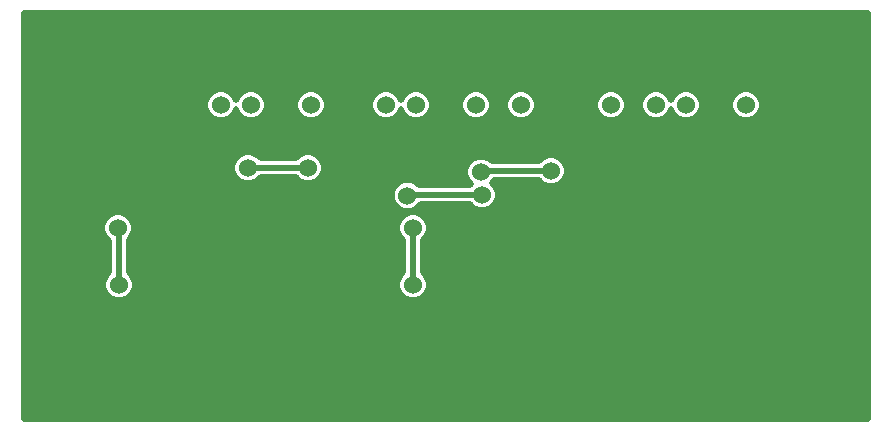
<source format=gbr>
G04 #@! TF.GenerationSoftware,KiCad,Pcbnew,(5.0.0-rc2-dev-586-g888c43477)*
G04 #@! TF.CreationDate,2018-06-04T01:03:36-03:00*
G04 #@! TF.ProjectId,Signal,5369676E616C2E6B696361645F706362,rev?*
G04 #@! TF.SameCoordinates,Original*
G04 #@! TF.FileFunction,Copper,L1,Top,Signal*
G04 #@! TF.FilePolarity,Positive*
%FSLAX46Y46*%
G04 Gerber Fmt 4.6, Leading zero omitted, Abs format (unit mm)*
G04 Created by KiCad (PCBNEW (5.0.0-rc2-dev-586-g888c43477)) date 06/04/18 01:03:36*
%MOMM*%
%LPD*%
G01*
G04 APERTURE LIST*
%ADD10C,1.524000*%
%ADD11C,0.508000*%
G04 APERTURE END LIST*
D10*
X71628000Y-20320000D03*
X69088000Y-20320000D03*
X66548000Y-20320000D03*
X62738000Y-20320000D03*
X60198000Y-20320000D03*
X57658000Y-20320000D03*
X55118000Y-20320000D03*
X51308000Y-20320000D03*
X48768000Y-20320000D03*
X46228000Y-20320000D03*
X43688000Y-20320000D03*
X41148000Y-20320000D03*
X37338000Y-20320000D03*
X34798000Y-20320000D03*
X32258000Y-20320000D03*
X29718000Y-20320000D03*
X74168000Y-20320000D03*
X72898000Y-41441601D03*
X72898000Y-38800001D03*
X64262000Y-28448000D03*
X64262000Y-33274000D03*
X42081947Y-40722053D03*
X39878000Y-42925992D03*
X75692000Y-26416000D03*
X75946000Y-23368000D03*
X51816000Y-27940000D03*
X57658000Y-25908000D03*
X32004000Y-25654000D03*
X37084002Y-25654000D03*
X51704309Y-26019705D03*
X45500010Y-28000000D03*
X21082000Y-35560000D03*
X21000000Y-30750000D03*
X45974014Y-30734000D03*
X45974000Y-35560000D03*
D11*
X72898000Y-41441601D02*
X72898000Y-38800001D01*
X64262000Y-33274000D02*
X64262000Y-28448000D01*
X39878008Y-42925992D02*
X39878000Y-42925992D01*
X42081947Y-40722053D02*
X39878008Y-42925992D01*
X35052000Y-20066000D02*
X34798000Y-20320000D01*
X75692000Y-26416000D02*
X75692000Y-23622000D01*
X75692000Y-23622000D02*
X75946000Y-23368000D01*
X32004000Y-25654000D02*
X37084002Y-25654000D01*
X57658000Y-25908000D02*
X51816014Y-25908000D01*
X51816014Y-25908000D02*
X51704309Y-26019705D01*
X51816000Y-27940000D02*
X45560010Y-27940000D01*
X45560010Y-27940000D02*
X45500010Y-28000000D01*
X21082000Y-30832000D02*
X21000000Y-30750000D01*
X21082000Y-35560000D02*
X21082000Y-30832000D01*
X45974014Y-30734000D02*
X45974014Y-35559986D01*
X45974014Y-35559986D02*
X45974000Y-35560000D01*
G36*
X84481201Y-46889200D02*
X13054800Y-46889200D01*
X13054800Y-30487277D01*
X19679200Y-30487277D01*
X19679200Y-31012723D01*
X19880280Y-31498173D01*
X20251827Y-31869720D01*
X20269201Y-31876916D01*
X20269200Y-34504907D01*
X19962280Y-34811827D01*
X19761200Y-35297277D01*
X19761200Y-35822723D01*
X19962280Y-36308173D01*
X20333827Y-36679720D01*
X20819277Y-36880800D01*
X21344723Y-36880800D01*
X21830173Y-36679720D01*
X22201720Y-36308173D01*
X22402800Y-35822723D01*
X22402800Y-35297277D01*
X44653200Y-35297277D01*
X44653200Y-35822723D01*
X44854280Y-36308173D01*
X45225827Y-36679720D01*
X45711277Y-36880800D01*
X46236723Y-36880800D01*
X46722173Y-36679720D01*
X47093720Y-36308173D01*
X47294800Y-35822723D01*
X47294800Y-35297277D01*
X47093720Y-34811827D01*
X46786814Y-34504921D01*
X46786814Y-31789093D01*
X47093734Y-31482173D01*
X47294814Y-30996723D01*
X47294814Y-30471277D01*
X47093734Y-29985827D01*
X46722187Y-29614280D01*
X46236737Y-29413200D01*
X45711291Y-29413200D01*
X45225841Y-29614280D01*
X44854294Y-29985827D01*
X44653214Y-30471277D01*
X44653214Y-30996723D01*
X44854294Y-31482173D01*
X45161214Y-31789093D01*
X45161215Y-34504892D01*
X44854280Y-34811827D01*
X44653200Y-35297277D01*
X22402800Y-35297277D01*
X22201720Y-34811827D01*
X21894800Y-34504907D01*
X21894800Y-31723093D01*
X22119720Y-31498173D01*
X22320800Y-31012723D01*
X22320800Y-30487277D01*
X22119720Y-30001827D01*
X21748173Y-29630280D01*
X21262723Y-29429200D01*
X20737277Y-29429200D01*
X20251827Y-29630280D01*
X19880280Y-30001827D01*
X19679200Y-30487277D01*
X13054800Y-30487277D01*
X13054800Y-27737277D01*
X44179210Y-27737277D01*
X44179210Y-28262723D01*
X44380290Y-28748173D01*
X44751837Y-29119720D01*
X45237287Y-29320800D01*
X45762733Y-29320800D01*
X46248183Y-29119720D01*
X46615103Y-28752800D01*
X50760907Y-28752800D01*
X51067827Y-29059720D01*
X51553277Y-29260800D01*
X52078723Y-29260800D01*
X52564173Y-29059720D01*
X52935720Y-28688173D01*
X53136800Y-28202723D01*
X53136800Y-27677277D01*
X52935720Y-27191827D01*
X52667900Y-26924007D01*
X52824029Y-26767878D01*
X52843529Y-26720800D01*
X56602907Y-26720800D01*
X56909827Y-27027720D01*
X57395277Y-27228800D01*
X57920723Y-27228800D01*
X58406173Y-27027720D01*
X58777720Y-26656173D01*
X58978800Y-26170723D01*
X58978800Y-25645277D01*
X58777720Y-25159827D01*
X58406173Y-24788280D01*
X57920723Y-24587200D01*
X57395277Y-24587200D01*
X56909827Y-24788280D01*
X56602907Y-25095200D01*
X52647697Y-25095200D01*
X52452482Y-24899985D01*
X51967032Y-24698905D01*
X51441586Y-24698905D01*
X50956136Y-24899985D01*
X50584589Y-25271532D01*
X50383509Y-25756982D01*
X50383509Y-26282428D01*
X50584589Y-26767878D01*
X50852409Y-27035698D01*
X50760907Y-27127200D01*
X46495103Y-27127200D01*
X46248183Y-26880280D01*
X45762733Y-26679200D01*
X45237287Y-26679200D01*
X44751837Y-26880280D01*
X44380290Y-27251827D01*
X44179210Y-27737277D01*
X13054800Y-27737277D01*
X13054800Y-25391277D01*
X30683200Y-25391277D01*
X30683200Y-25916723D01*
X30884280Y-26402173D01*
X31255827Y-26773720D01*
X31741277Y-26974800D01*
X32266723Y-26974800D01*
X32752173Y-26773720D01*
X33059093Y-26466800D01*
X36028909Y-26466800D01*
X36335829Y-26773720D01*
X36821279Y-26974800D01*
X37346725Y-26974800D01*
X37832175Y-26773720D01*
X38203722Y-26402173D01*
X38404802Y-25916723D01*
X38404802Y-25391277D01*
X38203722Y-24905827D01*
X37832175Y-24534280D01*
X37346725Y-24333200D01*
X36821279Y-24333200D01*
X36335829Y-24534280D01*
X36028909Y-24841200D01*
X33059093Y-24841200D01*
X32752173Y-24534280D01*
X32266723Y-24333200D01*
X31741277Y-24333200D01*
X31255827Y-24534280D01*
X30884280Y-24905827D01*
X30683200Y-25391277D01*
X13054800Y-25391277D01*
X13054800Y-20057277D01*
X28397200Y-20057277D01*
X28397200Y-20582723D01*
X28598280Y-21068173D01*
X28969827Y-21439720D01*
X29455277Y-21640800D01*
X29980723Y-21640800D01*
X30466173Y-21439720D01*
X30837720Y-21068173D01*
X30988000Y-20705365D01*
X31138280Y-21068173D01*
X31509827Y-21439720D01*
X31995277Y-21640800D01*
X32520723Y-21640800D01*
X33006173Y-21439720D01*
X33377720Y-21068173D01*
X33578800Y-20582723D01*
X33578800Y-20057277D01*
X36017200Y-20057277D01*
X36017200Y-20582723D01*
X36218280Y-21068173D01*
X36589827Y-21439720D01*
X37075277Y-21640800D01*
X37600723Y-21640800D01*
X38086173Y-21439720D01*
X38457720Y-21068173D01*
X38658800Y-20582723D01*
X38658800Y-20057277D01*
X42367200Y-20057277D01*
X42367200Y-20582723D01*
X42568280Y-21068173D01*
X42939827Y-21439720D01*
X43425277Y-21640800D01*
X43950723Y-21640800D01*
X44436173Y-21439720D01*
X44807720Y-21068173D01*
X44958000Y-20705365D01*
X45108280Y-21068173D01*
X45479827Y-21439720D01*
X45965277Y-21640800D01*
X46490723Y-21640800D01*
X46976173Y-21439720D01*
X47347720Y-21068173D01*
X47548800Y-20582723D01*
X47548800Y-20057277D01*
X49987200Y-20057277D01*
X49987200Y-20582723D01*
X50188280Y-21068173D01*
X50559827Y-21439720D01*
X51045277Y-21640800D01*
X51570723Y-21640800D01*
X52056173Y-21439720D01*
X52427720Y-21068173D01*
X52628800Y-20582723D01*
X52628800Y-20057277D01*
X53797200Y-20057277D01*
X53797200Y-20582723D01*
X53998280Y-21068173D01*
X54369827Y-21439720D01*
X54855277Y-21640800D01*
X55380723Y-21640800D01*
X55866173Y-21439720D01*
X56237720Y-21068173D01*
X56438800Y-20582723D01*
X56438800Y-20057277D01*
X61417200Y-20057277D01*
X61417200Y-20582723D01*
X61618280Y-21068173D01*
X61989827Y-21439720D01*
X62475277Y-21640800D01*
X63000723Y-21640800D01*
X63486173Y-21439720D01*
X63857720Y-21068173D01*
X64058800Y-20582723D01*
X64058800Y-20057277D01*
X65227200Y-20057277D01*
X65227200Y-20582723D01*
X65428280Y-21068173D01*
X65799827Y-21439720D01*
X66285277Y-21640800D01*
X66810723Y-21640800D01*
X67296173Y-21439720D01*
X67667720Y-21068173D01*
X67818000Y-20705365D01*
X67968280Y-21068173D01*
X68339827Y-21439720D01*
X68825277Y-21640800D01*
X69350723Y-21640800D01*
X69836173Y-21439720D01*
X70207720Y-21068173D01*
X70408800Y-20582723D01*
X70408800Y-20057277D01*
X72847200Y-20057277D01*
X72847200Y-20582723D01*
X73048280Y-21068173D01*
X73419827Y-21439720D01*
X73905277Y-21640800D01*
X74430723Y-21640800D01*
X74916173Y-21439720D01*
X75287720Y-21068173D01*
X75488800Y-20582723D01*
X75488800Y-20057277D01*
X75287720Y-19571827D01*
X74916173Y-19200280D01*
X74430723Y-18999200D01*
X73905277Y-18999200D01*
X73419827Y-19200280D01*
X73048280Y-19571827D01*
X72847200Y-20057277D01*
X70408800Y-20057277D01*
X70207720Y-19571827D01*
X69836173Y-19200280D01*
X69350723Y-18999200D01*
X68825277Y-18999200D01*
X68339827Y-19200280D01*
X67968280Y-19571827D01*
X67818000Y-19934635D01*
X67667720Y-19571827D01*
X67296173Y-19200280D01*
X66810723Y-18999200D01*
X66285277Y-18999200D01*
X65799827Y-19200280D01*
X65428280Y-19571827D01*
X65227200Y-20057277D01*
X64058800Y-20057277D01*
X63857720Y-19571827D01*
X63486173Y-19200280D01*
X63000723Y-18999200D01*
X62475277Y-18999200D01*
X61989827Y-19200280D01*
X61618280Y-19571827D01*
X61417200Y-20057277D01*
X56438800Y-20057277D01*
X56237720Y-19571827D01*
X55866173Y-19200280D01*
X55380723Y-18999200D01*
X54855277Y-18999200D01*
X54369827Y-19200280D01*
X53998280Y-19571827D01*
X53797200Y-20057277D01*
X52628800Y-20057277D01*
X52427720Y-19571827D01*
X52056173Y-19200280D01*
X51570723Y-18999200D01*
X51045277Y-18999200D01*
X50559827Y-19200280D01*
X50188280Y-19571827D01*
X49987200Y-20057277D01*
X47548800Y-20057277D01*
X47347720Y-19571827D01*
X46976173Y-19200280D01*
X46490723Y-18999200D01*
X45965277Y-18999200D01*
X45479827Y-19200280D01*
X45108280Y-19571827D01*
X44958000Y-19934635D01*
X44807720Y-19571827D01*
X44436173Y-19200280D01*
X43950723Y-18999200D01*
X43425277Y-18999200D01*
X42939827Y-19200280D01*
X42568280Y-19571827D01*
X42367200Y-20057277D01*
X38658800Y-20057277D01*
X38457720Y-19571827D01*
X38086173Y-19200280D01*
X37600723Y-18999200D01*
X37075277Y-18999200D01*
X36589827Y-19200280D01*
X36218280Y-19571827D01*
X36017200Y-20057277D01*
X33578800Y-20057277D01*
X33377720Y-19571827D01*
X33006173Y-19200280D01*
X32520723Y-18999200D01*
X31995277Y-18999200D01*
X31509827Y-19200280D01*
X31138280Y-19571827D01*
X30988000Y-19934635D01*
X30837720Y-19571827D01*
X30466173Y-19200280D01*
X29980723Y-18999200D01*
X29455277Y-18999200D01*
X28969827Y-19200280D01*
X28598280Y-19571827D01*
X28397200Y-20057277D01*
X13054800Y-20057277D01*
X13054800Y-12546800D01*
X84481200Y-12546800D01*
X84481201Y-46889200D01*
X84481201Y-46889200D01*
G37*
X84481201Y-46889200D02*
X13054800Y-46889200D01*
X13054800Y-30487277D01*
X19679200Y-30487277D01*
X19679200Y-31012723D01*
X19880280Y-31498173D01*
X20251827Y-31869720D01*
X20269201Y-31876916D01*
X20269200Y-34504907D01*
X19962280Y-34811827D01*
X19761200Y-35297277D01*
X19761200Y-35822723D01*
X19962280Y-36308173D01*
X20333827Y-36679720D01*
X20819277Y-36880800D01*
X21344723Y-36880800D01*
X21830173Y-36679720D01*
X22201720Y-36308173D01*
X22402800Y-35822723D01*
X22402800Y-35297277D01*
X44653200Y-35297277D01*
X44653200Y-35822723D01*
X44854280Y-36308173D01*
X45225827Y-36679720D01*
X45711277Y-36880800D01*
X46236723Y-36880800D01*
X46722173Y-36679720D01*
X47093720Y-36308173D01*
X47294800Y-35822723D01*
X47294800Y-35297277D01*
X47093720Y-34811827D01*
X46786814Y-34504921D01*
X46786814Y-31789093D01*
X47093734Y-31482173D01*
X47294814Y-30996723D01*
X47294814Y-30471277D01*
X47093734Y-29985827D01*
X46722187Y-29614280D01*
X46236737Y-29413200D01*
X45711291Y-29413200D01*
X45225841Y-29614280D01*
X44854294Y-29985827D01*
X44653214Y-30471277D01*
X44653214Y-30996723D01*
X44854294Y-31482173D01*
X45161214Y-31789093D01*
X45161215Y-34504892D01*
X44854280Y-34811827D01*
X44653200Y-35297277D01*
X22402800Y-35297277D01*
X22201720Y-34811827D01*
X21894800Y-34504907D01*
X21894800Y-31723093D01*
X22119720Y-31498173D01*
X22320800Y-31012723D01*
X22320800Y-30487277D01*
X22119720Y-30001827D01*
X21748173Y-29630280D01*
X21262723Y-29429200D01*
X20737277Y-29429200D01*
X20251827Y-29630280D01*
X19880280Y-30001827D01*
X19679200Y-30487277D01*
X13054800Y-30487277D01*
X13054800Y-27737277D01*
X44179210Y-27737277D01*
X44179210Y-28262723D01*
X44380290Y-28748173D01*
X44751837Y-29119720D01*
X45237287Y-29320800D01*
X45762733Y-29320800D01*
X46248183Y-29119720D01*
X46615103Y-28752800D01*
X50760907Y-28752800D01*
X51067827Y-29059720D01*
X51553277Y-29260800D01*
X52078723Y-29260800D01*
X52564173Y-29059720D01*
X52935720Y-28688173D01*
X53136800Y-28202723D01*
X53136800Y-27677277D01*
X52935720Y-27191827D01*
X52667900Y-26924007D01*
X52824029Y-26767878D01*
X52843529Y-26720800D01*
X56602907Y-26720800D01*
X56909827Y-27027720D01*
X57395277Y-27228800D01*
X57920723Y-27228800D01*
X58406173Y-27027720D01*
X58777720Y-26656173D01*
X58978800Y-26170723D01*
X58978800Y-25645277D01*
X58777720Y-25159827D01*
X58406173Y-24788280D01*
X57920723Y-24587200D01*
X57395277Y-24587200D01*
X56909827Y-24788280D01*
X56602907Y-25095200D01*
X52647697Y-25095200D01*
X52452482Y-24899985D01*
X51967032Y-24698905D01*
X51441586Y-24698905D01*
X50956136Y-24899985D01*
X50584589Y-25271532D01*
X50383509Y-25756982D01*
X50383509Y-26282428D01*
X50584589Y-26767878D01*
X50852409Y-27035698D01*
X50760907Y-27127200D01*
X46495103Y-27127200D01*
X46248183Y-26880280D01*
X45762733Y-26679200D01*
X45237287Y-26679200D01*
X44751837Y-26880280D01*
X44380290Y-27251827D01*
X44179210Y-27737277D01*
X13054800Y-27737277D01*
X13054800Y-25391277D01*
X30683200Y-25391277D01*
X30683200Y-25916723D01*
X30884280Y-26402173D01*
X31255827Y-26773720D01*
X31741277Y-26974800D01*
X32266723Y-26974800D01*
X32752173Y-26773720D01*
X33059093Y-26466800D01*
X36028909Y-26466800D01*
X36335829Y-26773720D01*
X36821279Y-26974800D01*
X37346725Y-26974800D01*
X37832175Y-26773720D01*
X38203722Y-26402173D01*
X38404802Y-25916723D01*
X38404802Y-25391277D01*
X38203722Y-24905827D01*
X37832175Y-24534280D01*
X37346725Y-24333200D01*
X36821279Y-24333200D01*
X36335829Y-24534280D01*
X36028909Y-24841200D01*
X33059093Y-24841200D01*
X32752173Y-24534280D01*
X32266723Y-24333200D01*
X31741277Y-24333200D01*
X31255827Y-24534280D01*
X30884280Y-24905827D01*
X30683200Y-25391277D01*
X13054800Y-25391277D01*
X13054800Y-20057277D01*
X28397200Y-20057277D01*
X28397200Y-20582723D01*
X28598280Y-21068173D01*
X28969827Y-21439720D01*
X29455277Y-21640800D01*
X29980723Y-21640800D01*
X30466173Y-21439720D01*
X30837720Y-21068173D01*
X30988000Y-20705365D01*
X31138280Y-21068173D01*
X31509827Y-21439720D01*
X31995277Y-21640800D01*
X32520723Y-21640800D01*
X33006173Y-21439720D01*
X33377720Y-21068173D01*
X33578800Y-20582723D01*
X33578800Y-20057277D01*
X36017200Y-20057277D01*
X36017200Y-20582723D01*
X36218280Y-21068173D01*
X36589827Y-21439720D01*
X37075277Y-21640800D01*
X37600723Y-21640800D01*
X38086173Y-21439720D01*
X38457720Y-21068173D01*
X38658800Y-20582723D01*
X38658800Y-20057277D01*
X42367200Y-20057277D01*
X42367200Y-20582723D01*
X42568280Y-21068173D01*
X42939827Y-21439720D01*
X43425277Y-21640800D01*
X43950723Y-21640800D01*
X44436173Y-21439720D01*
X44807720Y-21068173D01*
X44958000Y-20705365D01*
X45108280Y-21068173D01*
X45479827Y-21439720D01*
X45965277Y-21640800D01*
X46490723Y-21640800D01*
X46976173Y-21439720D01*
X47347720Y-21068173D01*
X47548800Y-20582723D01*
X47548800Y-20057277D01*
X49987200Y-20057277D01*
X49987200Y-20582723D01*
X50188280Y-21068173D01*
X50559827Y-21439720D01*
X51045277Y-21640800D01*
X51570723Y-21640800D01*
X52056173Y-21439720D01*
X52427720Y-21068173D01*
X52628800Y-20582723D01*
X52628800Y-20057277D01*
X53797200Y-20057277D01*
X53797200Y-20582723D01*
X53998280Y-21068173D01*
X54369827Y-21439720D01*
X54855277Y-21640800D01*
X55380723Y-21640800D01*
X55866173Y-21439720D01*
X56237720Y-21068173D01*
X56438800Y-20582723D01*
X56438800Y-20057277D01*
X61417200Y-20057277D01*
X61417200Y-20582723D01*
X61618280Y-21068173D01*
X61989827Y-21439720D01*
X62475277Y-21640800D01*
X63000723Y-21640800D01*
X63486173Y-21439720D01*
X63857720Y-21068173D01*
X64058800Y-20582723D01*
X64058800Y-20057277D01*
X65227200Y-20057277D01*
X65227200Y-20582723D01*
X65428280Y-21068173D01*
X65799827Y-21439720D01*
X66285277Y-21640800D01*
X66810723Y-21640800D01*
X67296173Y-21439720D01*
X67667720Y-21068173D01*
X67818000Y-20705365D01*
X67968280Y-21068173D01*
X68339827Y-21439720D01*
X68825277Y-21640800D01*
X69350723Y-21640800D01*
X69836173Y-21439720D01*
X70207720Y-21068173D01*
X70408800Y-20582723D01*
X70408800Y-20057277D01*
X72847200Y-20057277D01*
X72847200Y-20582723D01*
X73048280Y-21068173D01*
X73419827Y-21439720D01*
X73905277Y-21640800D01*
X74430723Y-21640800D01*
X74916173Y-21439720D01*
X75287720Y-21068173D01*
X75488800Y-20582723D01*
X75488800Y-20057277D01*
X75287720Y-19571827D01*
X74916173Y-19200280D01*
X74430723Y-18999200D01*
X73905277Y-18999200D01*
X73419827Y-19200280D01*
X73048280Y-19571827D01*
X72847200Y-20057277D01*
X70408800Y-20057277D01*
X70207720Y-19571827D01*
X69836173Y-19200280D01*
X69350723Y-18999200D01*
X68825277Y-18999200D01*
X68339827Y-19200280D01*
X67968280Y-19571827D01*
X67818000Y-19934635D01*
X67667720Y-19571827D01*
X67296173Y-19200280D01*
X66810723Y-18999200D01*
X66285277Y-18999200D01*
X65799827Y-19200280D01*
X65428280Y-19571827D01*
X65227200Y-20057277D01*
X64058800Y-20057277D01*
X63857720Y-19571827D01*
X63486173Y-19200280D01*
X63000723Y-18999200D01*
X62475277Y-18999200D01*
X61989827Y-19200280D01*
X61618280Y-19571827D01*
X61417200Y-20057277D01*
X56438800Y-20057277D01*
X56237720Y-19571827D01*
X55866173Y-19200280D01*
X55380723Y-18999200D01*
X54855277Y-18999200D01*
X54369827Y-19200280D01*
X53998280Y-19571827D01*
X53797200Y-20057277D01*
X52628800Y-20057277D01*
X52427720Y-19571827D01*
X52056173Y-19200280D01*
X51570723Y-18999200D01*
X51045277Y-18999200D01*
X50559827Y-19200280D01*
X50188280Y-19571827D01*
X49987200Y-20057277D01*
X47548800Y-20057277D01*
X47347720Y-19571827D01*
X46976173Y-19200280D01*
X46490723Y-18999200D01*
X45965277Y-18999200D01*
X45479827Y-19200280D01*
X45108280Y-19571827D01*
X44958000Y-19934635D01*
X44807720Y-19571827D01*
X44436173Y-19200280D01*
X43950723Y-18999200D01*
X43425277Y-18999200D01*
X42939827Y-19200280D01*
X42568280Y-19571827D01*
X42367200Y-20057277D01*
X38658800Y-20057277D01*
X38457720Y-19571827D01*
X38086173Y-19200280D01*
X37600723Y-18999200D01*
X37075277Y-18999200D01*
X36589827Y-19200280D01*
X36218280Y-19571827D01*
X36017200Y-20057277D01*
X33578800Y-20057277D01*
X33377720Y-19571827D01*
X33006173Y-19200280D01*
X32520723Y-18999200D01*
X31995277Y-18999200D01*
X31509827Y-19200280D01*
X31138280Y-19571827D01*
X30988000Y-19934635D01*
X30837720Y-19571827D01*
X30466173Y-19200280D01*
X29980723Y-18999200D01*
X29455277Y-18999200D01*
X28969827Y-19200280D01*
X28598280Y-19571827D01*
X28397200Y-20057277D01*
X13054800Y-20057277D01*
X13054800Y-12546800D01*
X84481200Y-12546800D01*
X84481201Y-46889200D01*
M02*

</source>
